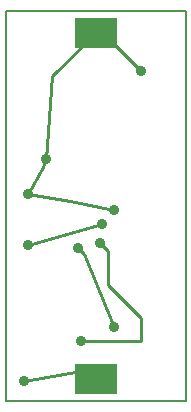
<source format=gbl>
G75*
%MOIN*%
%OFA0B0*%
%FSLAX25Y25*%
%IPPOS*%
%LPD*%
%AMOC8*
5,1,8,0,0,1.08239X$1,22.5*
%
%ADD10C,0.00800*%
%ADD11R,0.14173X0.10236*%
%ADD12C,0.01000*%
%ADD13C,0.03562*%
D10*
X0013000Y0001400D02*
X0013000Y0131400D01*
X0073000Y0131400D01*
X0073000Y0001400D01*
X0013000Y0001400D01*
D11*
X0043000Y0008723D03*
X0043000Y0124077D03*
D12*
X0028500Y0109577D01*
X0026500Y0081900D01*
X0025500Y0079400D01*
X0020500Y0070400D01*
X0034500Y0067900D01*
X0049000Y0064900D01*
X0045000Y0060400D02*
X0020500Y0053400D01*
X0037000Y0052400D02*
X0039000Y0050400D01*
X0049000Y0025900D01*
X0058000Y0028900D02*
X0047000Y0039900D01*
X0047000Y0051400D01*
X0044500Y0053900D01*
X0058000Y0028900D02*
X0058000Y0021400D01*
X0038000Y0021400D01*
X0038000Y0011400D02*
X0019000Y0007900D01*
X0038000Y0011400D02*
X0043000Y0006400D01*
X0058000Y0111400D02*
X0048000Y0121400D01*
X0043000Y0121400D01*
D13*
X0058000Y0111400D03*
X0049000Y0064900D03*
X0045000Y0060400D03*
X0044500Y0053900D03*
X0037000Y0052400D03*
X0020500Y0053400D03*
X0020500Y0070400D03*
X0026500Y0081900D03*
X0049000Y0025900D03*
X0038000Y0021400D03*
X0019000Y0007900D03*
M02*

</source>
